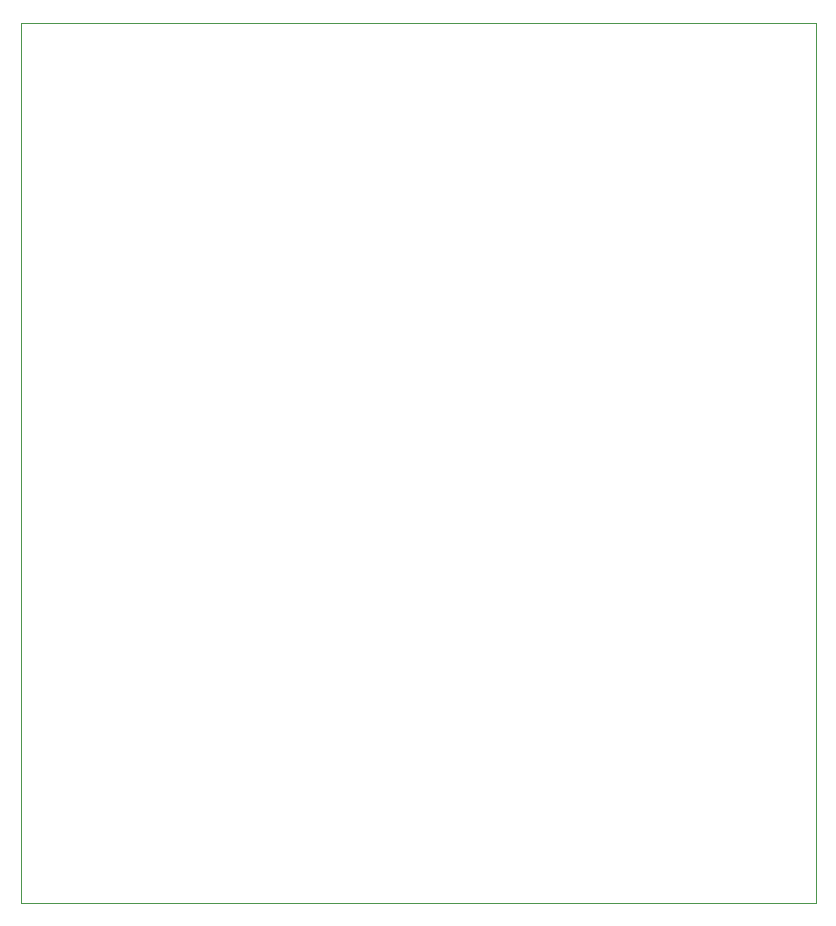
<source format=gbr>
%TF.GenerationSoftware,KiCad,Pcbnew,(6.0.4)*%
%TF.CreationDate,2022-03-31T21:50:03-03:00*%
%TF.ProjectId,vgm-teensy,76676d2d-7465-4656-9e73-792e6b696361,rev?*%
%TF.SameCoordinates,Original*%
%TF.FileFunction,Profile,NP*%
%FSLAX46Y46*%
G04 Gerber Fmt 4.6, Leading zero omitted, Abs format (unit mm)*
G04 Created by KiCad (PCBNEW (6.0.4)) date 2022-03-31 21:50:03*
%MOMM*%
%LPD*%
G01*
G04 APERTURE LIST*
%TA.AperFunction,Profile*%
%ADD10C,0.100000*%
%TD*%
G04 APERTURE END LIST*
D10*
X105156000Y-133350000D02*
X172466000Y-133350000D01*
X172466000Y-133350000D02*
X172466000Y-58801000D01*
X172466000Y-58801000D02*
X105156000Y-58801000D01*
X105156000Y-58801000D02*
X105156000Y-133350000D01*
M02*

</source>
